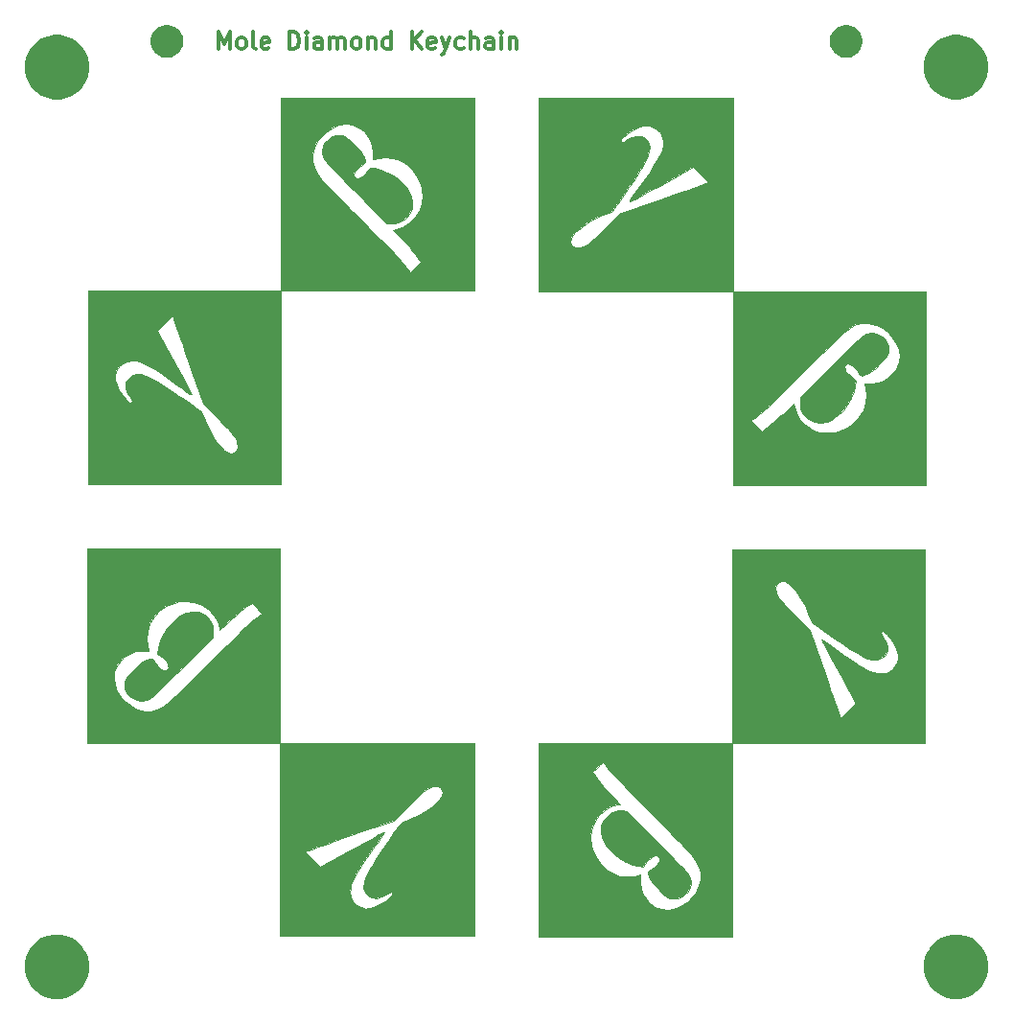
<source format=gts>
%MOIN*%
%OFA0B0*%
%FSLAX46Y46*%
%IPPOS*%
%LPD*%
%ADD10C,0.00039370078740157485*%
%ADD11C,0.0039370078740157488*%
%ADD22C,0.00039370078740157485*%
%ADD23C,0.0039370078740157488*%
%ADD24C,0.00039370078740157485*%
%ADD25C,0.0039370078740157488*%
%ADD26C,0.00039370078740157485*%
%ADD27C,0.0039370078740157488*%
%ADD28C,0.011811023622047244*%
%ADD29C,0.0039370078740157488*%
D10*
G36*
X0001356746Y0003288898D02*
G01*
X0001373098Y0003295605D01*
X0001391365Y0003295968D01*
X0001395195Y0003295301D01*
X0001402323Y0003293605D01*
X0001408303Y0003291214D01*
X0001414434Y0003287208D01*
X0001422018Y0003280665D01*
X0001432354Y0003270664D01*
X0001438221Y0003264818D01*
X0001450589Y0003252205D01*
X0001459150Y0003242668D01*
X0001464990Y0003234760D01*
X0001469199Y0003227032D01*
X0001472382Y0003219316D01*
X0001475994Y0003208679D01*
X0001476766Y0003202371D01*
X0001474746Y0003198713D01*
X0001472979Y0003197506D01*
X0001466730Y0003193392D01*
X0001457864Y0003186936D01*
X0001452885Y0003183117D01*
X0001443077Y0003173375D01*
X0001437504Y0003163572D01*
X0001436129Y0003154826D01*
X0001438917Y0003148256D01*
X0001445833Y0003144979D01*
X0001454089Y0003145432D01*
X0001460777Y0003147821D01*
X0001467556Y0003152842D01*
X0001476018Y0003161761D01*
X0001478979Y0003165216D01*
X0001493957Y0003182935D01*
X0001509575Y0003181431D01*
X0001530808Y0003176791D01*
X0001553590Y0003167404D01*
X0001576192Y0003154327D01*
X0001596881Y0003138619D01*
X0001613926Y0003121335D01*
X0001619108Y0003114545D01*
X0001626727Y0003102443D01*
X0001633407Y0003089790D01*
X0001636560Y0003082360D01*
X0001640834Y0003061182D01*
X0001638854Y0003040837D01*
X0001631032Y0003022306D01*
X0001617779Y0003006571D01*
X0001599843Y0002994773D01*
X0001588884Y0002991329D01*
X0001575370Y0002989425D01*
X0001568578Y0002989283D01*
X0001550076Y0002989886D01*
X0001442970Y0003098392D01*
X0001417645Y0003124070D01*
X0001396602Y0003145474D01*
X0001379425Y0003163061D01*
X0001365696Y0003177285D01*
X0001354999Y0003188603D01*
X0001346917Y0003197469D01*
X0001341033Y0003204339D01*
X0001336930Y0003209668D01*
X0001334191Y0003213912D01*
X0001332398Y0003217527D01*
X0001331348Y0003220327D01*
X0001328119Y0003239521D01*
X0001331440Y0003257827D01*
X0001341199Y0003274680D01*
X0001342105Y0003275772D01*
X0001356746Y0003288898D01*
G37*
X0001356746Y0003288898D02*
X0001373098Y0003295605D01*
X0001391365Y0003295968D01*
X0001395195Y0003295301D01*
X0001402323Y0003293605D01*
X0001408303Y0003291214D01*
X0001414434Y0003287208D01*
X0001422018Y0003280665D01*
X0001432354Y0003270664D01*
X0001438221Y0003264818D01*
X0001450589Y0003252205D01*
X0001459150Y0003242668D01*
X0001464990Y0003234760D01*
X0001469199Y0003227032D01*
X0001472382Y0003219316D01*
X0001475994Y0003208679D01*
X0001476766Y0003202371D01*
X0001474746Y0003198713D01*
X0001472979Y0003197506D01*
X0001466730Y0003193392D01*
X0001457864Y0003186936D01*
X0001452885Y0003183117D01*
X0001443077Y0003173375D01*
X0001437504Y0003163572D01*
X0001436129Y0003154826D01*
X0001438917Y0003148256D01*
X0001445833Y0003144979D01*
X0001454089Y0003145432D01*
X0001460777Y0003147821D01*
X0001467556Y0003152842D01*
X0001476018Y0003161761D01*
X0001478979Y0003165216D01*
X0001493957Y0003182935D01*
X0001509575Y0003181431D01*
X0001530808Y0003176791D01*
X0001553590Y0003167404D01*
X0001576192Y0003154327D01*
X0001596881Y0003138619D01*
X0001613926Y0003121335D01*
X0001619108Y0003114545D01*
X0001626727Y0003102443D01*
X0001633407Y0003089790D01*
X0001636560Y0003082360D01*
X0001640834Y0003061182D01*
X0001638854Y0003040837D01*
X0001631032Y0003022306D01*
X0001617779Y0003006571D01*
X0001599843Y0002994773D01*
X0001588884Y0002991329D01*
X0001575370Y0002989425D01*
X0001568578Y0002989283D01*
X0001550076Y0002989886D01*
X0001442970Y0003098392D01*
X0001417645Y0003124070D01*
X0001396602Y0003145474D01*
X0001379425Y0003163061D01*
X0001365696Y0003177285D01*
X0001354999Y0003188603D01*
X0001346917Y0003197469D01*
X0001341033Y0003204339D01*
X0001336930Y0003209668D01*
X0001334191Y0003213912D01*
X0001332398Y0003217527D01*
X0001331348Y0003220327D01*
X0001328119Y0003239521D01*
X0001331440Y0003257827D01*
X0001341199Y0003274680D01*
X0001342105Y0003275772D01*
X0001356746Y0003288898D01*
G36*
X0001520897Y0003427276D02*
G01*
X0001857956Y0003427276D01*
X0001857943Y0003091396D01*
X0001857931Y0002755517D01*
X0001565059Y0002755527D01*
X0001630929Y0002821397D01*
X0001633483Y0002820798D01*
X0001637493Y0002823235D01*
X0001644134Y0002829335D01*
X0001651407Y0002836549D01*
X0001670056Y0002855199D01*
X0001658050Y0002872655D01*
X0001651450Y0002881374D01*
X0001641422Y0002893543D01*
X0001629138Y0002907788D01*
X0001615769Y0002922733D01*
X0001610284Y0002928703D01*
X0001574525Y0002967295D01*
X0001583140Y0002968579D01*
X0001605794Y0002975175D01*
X0001627143Y0002987525D01*
X0001646066Y0003004718D01*
X0001661440Y0003025845D01*
X0001666993Y0003036592D01*
X0001673736Y0003058255D01*
X0001676168Y0003082714D01*
X0001674209Y0003107613D01*
X0001669993Y0003124616D01*
X0001657687Y0003152523D01*
X0001641168Y0003176114D01*
X0001621077Y0003194988D01*
X0001598058Y0003208745D01*
X0001572752Y0003216985D01*
X0001545802Y0003219307D01*
X0001522663Y0003216457D01*
X0001504125Y0003212411D01*
X0001503730Y0003237141D01*
X0001501232Y0003260218D01*
X0001494043Y0003280151D01*
X0001481414Y0003298647D01*
X0001472688Y0003308030D01*
X0001453162Y0003323250D01*
X0001431885Y0003332264D01*
X0001409419Y0003335117D01*
X0001386329Y0003331855D01*
X0001363178Y0003322523D01*
X0001340531Y0003307165D01*
X0001328792Y0003296466D01*
X0001311080Y0003275232D01*
X0001299547Y0003252824D01*
X0001293708Y0003228296D01*
X0001293640Y0003227729D01*
X0001293631Y0003206076D01*
X0001299051Y0003184990D01*
X0001310246Y0003163438D01*
X0001319677Y0003150115D01*
X0001324878Y0003144061D01*
X0001334317Y0003133815D01*
X0001347503Y0003119883D01*
X0001363945Y0003102774D01*
X0001383150Y0003082993D01*
X0001404629Y0003061049D01*
X0001427889Y0003037447D01*
X0001452440Y0003012696D01*
X0001466733Y0002998357D01*
X0001497529Y0002967462D01*
X0001523955Y0002940807D01*
X0001546407Y0002917970D01*
X0001565277Y0002898528D01*
X0001580960Y0002882058D01*
X0001593850Y0002868135D01*
X0001604341Y0002856338D01*
X0001612827Y0002846242D01*
X0001619701Y0002837424D01*
X0001625358Y0002829461D01*
X0001628656Y0002824405D01*
X0001630929Y0002821397D01*
X0001565059Y0002755527D01*
X0001520885Y0002755529D01*
X0001183839Y0002755541D01*
X0001183839Y0003427276D01*
X0001520897Y0003427276D01*
G37*
X0001520897Y0003427276D02*
X0001857956Y0003427276D01*
X0001857943Y0003091396D01*
X0001857931Y0002755517D01*
X0001565059Y0002755527D01*
X0001630929Y0002821397D01*
X0001633483Y0002820798D01*
X0001637493Y0002823235D01*
X0001644134Y0002829335D01*
X0001651407Y0002836549D01*
X0001670056Y0002855199D01*
X0001658050Y0002872655D01*
X0001651450Y0002881374D01*
X0001641422Y0002893543D01*
X0001629138Y0002907788D01*
X0001615769Y0002922733D01*
X0001610284Y0002928703D01*
X0001574525Y0002967295D01*
X0001583140Y0002968579D01*
X0001605794Y0002975175D01*
X0001627143Y0002987525D01*
X0001646066Y0003004718D01*
X0001661440Y0003025845D01*
X0001666993Y0003036592D01*
X0001673736Y0003058255D01*
X0001676168Y0003082714D01*
X0001674209Y0003107613D01*
X0001669993Y0003124616D01*
X0001657687Y0003152523D01*
X0001641168Y0003176114D01*
X0001621077Y0003194988D01*
X0001598058Y0003208745D01*
X0001572752Y0003216985D01*
X0001545802Y0003219307D01*
X0001522663Y0003216457D01*
X0001504125Y0003212411D01*
X0001503730Y0003237141D01*
X0001501232Y0003260218D01*
X0001494043Y0003280151D01*
X0001481414Y0003298647D01*
X0001472688Y0003308030D01*
X0001453162Y0003323250D01*
X0001431885Y0003332264D01*
X0001409419Y0003335117D01*
X0001386329Y0003331855D01*
X0001363178Y0003322523D01*
X0001340531Y0003307165D01*
X0001328792Y0003296466D01*
X0001311080Y0003275232D01*
X0001299547Y0003252824D01*
X0001293708Y0003228296D01*
X0001293640Y0003227729D01*
X0001293631Y0003206076D01*
X0001299051Y0003184990D01*
X0001310246Y0003163438D01*
X0001319677Y0003150115D01*
X0001324878Y0003144061D01*
X0001334317Y0003133815D01*
X0001347503Y0003119883D01*
X0001363945Y0003102774D01*
X0001383150Y0003082993D01*
X0001404629Y0003061049D01*
X0001427889Y0003037447D01*
X0001452440Y0003012696D01*
X0001466733Y0002998357D01*
X0001497529Y0002967462D01*
X0001523955Y0002940807D01*
X0001546407Y0002917970D01*
X0001565277Y0002898528D01*
X0001580960Y0002882058D01*
X0001593850Y0002868135D01*
X0001604341Y0002856338D01*
X0001612827Y0002846242D01*
X0001619701Y0002837424D01*
X0001625358Y0002829461D01*
X0001628656Y0002824405D01*
X0001630929Y0002821397D01*
X0001565059Y0002755527D01*
X0001520885Y0002755529D01*
X0001183839Y0002755541D01*
X0001183839Y0003427276D01*
X0001520897Y0003427276D01*
G36*
X0001183831Y0002755525D02*
G01*
X0001183831Y0002081408D01*
X0000847951Y0002081420D01*
X0000512071Y0002081433D01*
X0000512077Y0002236111D01*
X0000649224Y0002373258D01*
X0000656087Y0002367115D01*
X0000660507Y0002365540D01*
X0000663844Y0002367531D01*
X0000665757Y0002371554D01*
X0000663821Y0002377330D01*
X0000658820Y0002384789D01*
X0000647843Y0002403290D01*
X0000643145Y0002420428D01*
X0000644726Y0002435950D01*
X0000652582Y0002449602D01*
X0000659399Y0002456081D01*
X0000670306Y0002462763D01*
X0000682208Y0002465656D01*
X0000695981Y0002464625D01*
X0000712497Y0002459538D01*
X0000732632Y0002450261D01*
X0000746537Y0002442782D01*
X0000760548Y0002434513D01*
X0000778737Y0002423110D01*
X0000799901Y0002409373D01*
X0000822835Y0002394101D01*
X0000846336Y0002378095D01*
X0000869198Y0002362152D01*
X0000885137Y0002350765D01*
X0000907022Y0002334938D01*
X0000919085Y0002304574D01*
X0000931926Y0002275037D01*
X0000945365Y0002250331D01*
X0000960580Y0002228648D01*
X0000978752Y0002208178D01*
X0000987511Y0002199544D01*
X0000998777Y0002192275D01*
X0001010323Y0002190422D01*
X0001020739Y0002193412D01*
X0001028614Y0002200670D01*
X0001032536Y0002211623D01*
X0001032612Y0002217901D01*
X0001031516Y0002226250D01*
X0001029390Y0002234014D01*
X0001025682Y0002241949D01*
X0001019841Y0002250811D01*
X0001011314Y0002261354D01*
X0000999549Y0002274336D01*
X0000983995Y0002290512D01*
X0000967008Y0002307713D01*
X0000914131Y0002360903D01*
X0000871341Y0002483105D01*
X0000861291Y0002511777D01*
X0000851457Y0002539783D01*
X0000842167Y0002566187D01*
X0000833751Y0002590056D01*
X0000826538Y0002610458D01*
X0000820858Y0002626457D01*
X0000817038Y0002637122D01*
X0000816965Y0002637325D01*
X0000805378Y0002669343D01*
X0000752392Y0002616357D01*
X0000809858Y0002512366D01*
X0000823346Y0002487903D01*
X0000835940Y0002464956D01*
X0000847242Y0002444260D01*
X0000856851Y0002426549D01*
X0000864371Y0002412559D01*
X0000869401Y0002403024D01*
X0000871441Y0002398924D01*
X0000872362Y0002396014D01*
X0000871442Y0002395041D01*
X0000868069Y0002396372D01*
X0000861628Y0002400375D01*
X0000851507Y0002407420D01*
X0000837093Y0002417873D01*
X0000824784Y0002426926D01*
X0000796750Y0002447128D01*
X0000770242Y0002465301D01*
X0000745979Y0002480998D01*
X0000724677Y0002493772D01*
X0000707053Y0002503174D01*
X0000693824Y0002508757D01*
X0000693730Y0002508787D01*
X0000678683Y0002511854D01*
X0000662716Y0002512217D01*
X0000648376Y0002509990D01*
X0000639746Y0002506393D01*
X0000632698Y0002501996D01*
X0000628446Y0002499504D01*
X0000623185Y0002494320D01*
X0000617166Y0002485116D01*
X0000611671Y0002474221D01*
X0000607983Y0002463961D01*
X0000607422Y0002461363D01*
X0000607754Y0002446596D01*
X0000612658Y0002429108D01*
X0000621469Y0002410301D01*
X0000633520Y0002391580D01*
X0000648147Y0002374346D01*
X0000649224Y0002373258D01*
X0000512077Y0002236111D01*
X0000512084Y0002418479D01*
X0000512096Y0002755525D01*
X0001183831Y0002755525D01*
G37*
X0001183831Y0002755525D02*
X0001183831Y0002081408D01*
X0000847951Y0002081420D01*
X0000512071Y0002081433D01*
X0000512077Y0002236111D01*
X0000649224Y0002373258D01*
X0000656087Y0002367115D01*
X0000660507Y0002365540D01*
X0000663844Y0002367531D01*
X0000665757Y0002371554D01*
X0000663821Y0002377330D01*
X0000658820Y0002384789D01*
X0000647843Y0002403290D01*
X0000643145Y0002420428D01*
X0000644726Y0002435950D01*
X0000652582Y0002449602D01*
X0000659399Y0002456081D01*
X0000670306Y0002462763D01*
X0000682208Y0002465656D01*
X0000695981Y0002464625D01*
X0000712497Y0002459538D01*
X0000732632Y0002450261D01*
X0000746537Y0002442782D01*
X0000760548Y0002434513D01*
X0000778737Y0002423110D01*
X0000799901Y0002409373D01*
X0000822835Y0002394101D01*
X0000846336Y0002378095D01*
X0000869198Y0002362152D01*
X0000885137Y0002350765D01*
X0000907022Y0002334938D01*
X0000919085Y0002304574D01*
X0000931926Y0002275037D01*
X0000945365Y0002250331D01*
X0000960580Y0002228648D01*
X0000978752Y0002208178D01*
X0000987511Y0002199544D01*
X0000998777Y0002192275D01*
X0001010323Y0002190422D01*
X0001020739Y0002193412D01*
X0001028614Y0002200670D01*
X0001032536Y0002211623D01*
X0001032612Y0002217901D01*
X0001031516Y0002226250D01*
X0001029390Y0002234014D01*
X0001025682Y0002241949D01*
X0001019841Y0002250811D01*
X0001011314Y0002261354D01*
X0000999549Y0002274336D01*
X0000983995Y0002290512D01*
X0000967008Y0002307713D01*
X0000914131Y0002360903D01*
X0000871341Y0002483105D01*
X0000861291Y0002511777D01*
X0000851457Y0002539783D01*
X0000842167Y0002566187D01*
X0000833751Y0002590056D01*
X0000826538Y0002610458D01*
X0000820858Y0002626457D01*
X0000817038Y0002637122D01*
X0000816965Y0002637325D01*
X0000805378Y0002669343D01*
X0000752392Y0002616357D01*
X0000809858Y0002512366D01*
X0000823346Y0002487903D01*
X0000835940Y0002464956D01*
X0000847242Y0002444260D01*
X0000856851Y0002426549D01*
X0000864371Y0002412559D01*
X0000869401Y0002403024D01*
X0000871441Y0002398924D01*
X0000872362Y0002396014D01*
X0000871442Y0002395041D01*
X0000868069Y0002396372D01*
X0000861628Y0002400375D01*
X0000851507Y0002407420D01*
X0000837093Y0002417873D01*
X0000824784Y0002426926D01*
X0000796750Y0002447128D01*
X0000770242Y0002465301D01*
X0000745979Y0002480998D01*
X0000724677Y0002493772D01*
X0000707053Y0002503174D01*
X0000693824Y0002508757D01*
X0000693730Y0002508787D01*
X0000678683Y0002511854D01*
X0000662716Y0002512217D01*
X0000648376Y0002509990D01*
X0000639746Y0002506393D01*
X0000632698Y0002501996D01*
X0000628446Y0002499504D01*
X0000623185Y0002494320D01*
X0000617166Y0002485116D01*
X0000611671Y0002474221D01*
X0000607983Y0002463961D01*
X0000607422Y0002461363D01*
X0000607754Y0002446596D01*
X0000612658Y0002429108D01*
X0000621469Y0002410301D01*
X0000633520Y0002391580D01*
X0000648147Y0002374346D01*
X0000649224Y0002373258D01*
X0000512077Y0002236111D01*
X0000512084Y0002418479D01*
X0000512096Y0002755525D01*
X0001183831Y0002755525D01*
D11*
G36*
X0000351672Y0003631637D02*
G01*
X0000372099Y0003640098D01*
X0000393784Y0003644412D01*
X0000415894Y0003644412D01*
X0000437579Y0003640098D01*
X0000458007Y0003631637D01*
X0000476390Y0003619354D01*
X0000492025Y0003603719D01*
X0000504308Y0003585335D01*
X0000512770Y0003564908D01*
X0000517083Y0003543223D01*
X0000517083Y0003521113D01*
X0000512770Y0003499427D01*
X0000504308Y0003479000D01*
X0000498167Y0003469808D01*
X0000492025Y0003460616D01*
X0000476390Y0003444982D01*
X0000467199Y0003438840D01*
X0000458007Y0003432698D01*
X0000437579Y0003424237D01*
X0000415894Y0003419924D01*
X0000393784Y0003419924D01*
X0000372099Y0003424237D01*
X0000351672Y0003432698D01*
X0000333288Y0003444982D01*
X0000317653Y0003460616D01*
X0000305370Y0003479000D01*
X0000296908Y0003499427D01*
X0000292595Y0003521113D01*
X0000292595Y0003543223D01*
X0000296908Y0003564908D01*
X0000305370Y0003585335D01*
X0000317653Y0003603719D01*
X0000333288Y0003619354D01*
X0000351672Y0003631637D01*
G37*
G04 next file*
G04 #@! TF.GenerationSoftware,KiCad,Pcbnew,(5.1.5)-3*
G04 #@! TF.CreationDate,2019-12-21T12:13:31-08:00*
G04 #@! TF.ProjectId,mole-diamond-keychain,6d6f6c65-2d64-4696-916d-6f6e642d6b65,A*
G04 #@! TF.SameCoordinates,Original*
G04 #@! TF.FileFunction,Soldermask,Top*
G04 #@! TF.FilePolarity,Negative*
G04 Gerber Fmt 4.6, Leading zero omitted, Abs format (unit mm)*
G04 Created by KiCad (PCBNEW (5.1.5)-3) date 2019-12-21 12:13:31*
G04 APERTURE LIST*
G04 APERTURE END LIST*
D22*
G36*
X0000648109Y0001356746D02*
G01*
X0000641402Y0001373098D01*
X0000641038Y0001391365D01*
X0000641706Y0001395195D01*
X0000643402Y0001402323D01*
X0000645792Y0001408303D01*
X0000649799Y0001414434D01*
X0000656342Y0001422018D01*
X0000666343Y0001432354D01*
X0000672189Y0001438221D01*
X0000684802Y0001450589D01*
X0000694338Y0001459150D01*
X0000702247Y0001464990D01*
X0000709975Y0001469199D01*
X0000717691Y0001472382D01*
X0000728328Y0001475994D01*
X0000734636Y0001476766D01*
X0000738294Y0001474746D01*
X0000739501Y0001472979D01*
X0000743614Y0001466730D01*
X0000750071Y0001457864D01*
X0000753890Y0001452885D01*
X0000763632Y0001443077D01*
X0000773435Y0001437504D01*
X0000782180Y0001436129D01*
X0000788751Y0001438917D01*
X0000792028Y0001445833D01*
X0000791574Y0001454089D01*
X0000789186Y0001460777D01*
X0000784165Y0001467556D01*
X0000775246Y0001476018D01*
X0000771791Y0001478979D01*
X0000754071Y0001493957D01*
X0000755576Y0001509575D01*
X0000760216Y0001530808D01*
X0000769603Y0001553590D01*
X0000782679Y0001576192D01*
X0000798388Y0001596881D01*
X0000815672Y0001613926D01*
X0000822462Y0001619108D01*
X0000834564Y0001626727D01*
X0000847216Y0001633407D01*
X0000854646Y0001636560D01*
X0000875825Y0001640834D01*
X0000896170Y0001638854D01*
X0000914701Y0001631032D01*
X0000930436Y0001617779D01*
X0000942234Y0001599843D01*
X0000945678Y0001588884D01*
X0000947582Y0001575370D01*
X0000947724Y0001568578D01*
X0000947121Y0001550076D01*
X0000838615Y0001442970D01*
X0000812937Y0001417645D01*
X0000791532Y0001396602D01*
X0000773946Y0001379425D01*
X0000759722Y0001365696D01*
X0000748404Y0001354999D01*
X0000739538Y0001346917D01*
X0000732668Y0001341033D01*
X0000727339Y0001336930D01*
X0000723095Y0001334191D01*
X0000719480Y0001332398D01*
X0000716680Y0001331348D01*
X0000697486Y0001328119D01*
X0000679180Y0001331440D01*
X0000662327Y0001341199D01*
X0000661235Y0001342105D01*
X0000648109Y0001356746D01*
G37*
X0000648109Y0001356746D02*
X0000641402Y0001373098D01*
X0000641038Y0001391365D01*
X0000641706Y0001395195D01*
X0000643402Y0001402323D01*
X0000645792Y0001408303D01*
X0000649799Y0001414434D01*
X0000656342Y0001422018D01*
X0000666343Y0001432354D01*
X0000672189Y0001438221D01*
X0000684802Y0001450589D01*
X0000694338Y0001459150D01*
X0000702247Y0001464990D01*
X0000709975Y0001469199D01*
X0000717691Y0001472382D01*
X0000728328Y0001475994D01*
X0000734636Y0001476766D01*
X0000738294Y0001474746D01*
X0000739501Y0001472979D01*
X0000743614Y0001466730D01*
X0000750071Y0001457864D01*
X0000753890Y0001452885D01*
X0000763632Y0001443077D01*
X0000773435Y0001437504D01*
X0000782180Y0001436129D01*
X0000788751Y0001438917D01*
X0000792028Y0001445833D01*
X0000791574Y0001454089D01*
X0000789186Y0001460777D01*
X0000784165Y0001467556D01*
X0000775246Y0001476018D01*
X0000771791Y0001478979D01*
X0000754071Y0001493957D01*
X0000755576Y0001509575D01*
X0000760216Y0001530808D01*
X0000769603Y0001553590D01*
X0000782679Y0001576192D01*
X0000798388Y0001596881D01*
X0000815672Y0001613926D01*
X0000822462Y0001619108D01*
X0000834564Y0001626727D01*
X0000847216Y0001633407D01*
X0000854646Y0001636560D01*
X0000875825Y0001640834D01*
X0000896170Y0001638854D01*
X0000914701Y0001631032D01*
X0000930436Y0001617779D01*
X0000942234Y0001599843D01*
X0000945678Y0001588884D01*
X0000947582Y0001575370D01*
X0000947724Y0001568578D01*
X0000947121Y0001550076D01*
X0000838615Y0001442970D01*
X0000812937Y0001417645D01*
X0000791532Y0001396602D01*
X0000773946Y0001379425D01*
X0000759722Y0001365696D01*
X0000748404Y0001354999D01*
X0000739538Y0001346917D01*
X0000732668Y0001341033D01*
X0000727339Y0001336930D01*
X0000723095Y0001334191D01*
X0000719480Y0001332398D01*
X0000716680Y0001331348D01*
X0000697486Y0001328119D01*
X0000679180Y0001331440D01*
X0000662327Y0001341199D01*
X0000661235Y0001342105D01*
X0000648109Y0001356746D01*
G36*
X0000509731Y0001520897D02*
G01*
X0000509731Y0001857956D01*
X0000845610Y0001857943D01*
X0001181490Y0001857931D01*
X0001181480Y0001565059D01*
X0001115610Y0001630929D01*
X0001116209Y0001633483D01*
X0001113772Y0001637493D01*
X0001107672Y0001644134D01*
X0001100457Y0001651407D01*
X0001081808Y0001670056D01*
X0001064352Y0001658050D01*
X0001055633Y0001651450D01*
X0001043464Y0001641422D01*
X0001029219Y0001629138D01*
X0001014274Y0001615769D01*
X0001008304Y0001610284D01*
X0000969712Y0001574525D01*
X0000968428Y0001583140D01*
X0000961832Y0001605794D01*
X0000949482Y0001627143D01*
X0000932289Y0001646066D01*
X0000911162Y0001661440D01*
X0000900414Y0001666993D01*
X0000878752Y0001673736D01*
X0000854293Y0001676168D01*
X0000829394Y0001674209D01*
X0000812391Y0001669993D01*
X0000784483Y0001657687D01*
X0000760893Y0001641168D01*
X0000742019Y0001621077D01*
X0000728262Y0001598058D01*
X0000720022Y0001572752D01*
X0000717700Y0001545802D01*
X0000720550Y0001522663D01*
X0000724596Y0001504125D01*
X0000699866Y0001503730D01*
X0000676789Y0001501232D01*
X0000656856Y0001494043D01*
X0000638359Y0001481414D01*
X0000628977Y0001472688D01*
X0000613757Y0001453162D01*
X0000604743Y0001431885D01*
X0000601890Y0001409419D01*
X0000605152Y0001386329D01*
X0000614484Y0001363178D01*
X0000629841Y0001340531D01*
X0000640541Y0001328792D01*
X0000661775Y0001311080D01*
X0000684182Y0001299547D01*
X0000708710Y0001293708D01*
X0000709278Y0001293640D01*
X0000730931Y0001293631D01*
X0000752017Y0001299051D01*
X0000773569Y0001310246D01*
X0000786891Y0001319677D01*
X0000792946Y0001324878D01*
X0000803192Y0001334317D01*
X0000817124Y0001347503D01*
X0000834233Y0001363945D01*
X0000854013Y0001383150D01*
X0000875958Y0001404629D01*
X0000899560Y0001427889D01*
X0000924311Y0001452440D01*
X0000938650Y0001466733D01*
X0000969545Y0001497529D01*
X0000996200Y0001523955D01*
X0001019036Y0001546407D01*
X0001038478Y0001565277D01*
X0001054949Y0001580960D01*
X0001068872Y0001593850D01*
X0001080669Y0001604341D01*
X0001090765Y0001612827D01*
X0001099583Y0001619701D01*
X0001107546Y0001625358D01*
X0001112602Y0001628656D01*
X0001115610Y0001630929D01*
X0001181480Y0001565059D01*
X0001181478Y0001520885D01*
X0001181466Y0001183839D01*
X0000509731Y0001183839D01*
X0000509731Y0001520897D01*
G37*
X0000509731Y0001520897D02*
X0000509731Y0001857956D01*
X0000845610Y0001857943D01*
X0001181490Y0001857931D01*
X0001181480Y0001565059D01*
X0001115610Y0001630929D01*
X0001116209Y0001633483D01*
X0001113772Y0001637493D01*
X0001107672Y0001644134D01*
X0001100457Y0001651407D01*
X0001081808Y0001670056D01*
X0001064352Y0001658050D01*
X0001055633Y0001651450D01*
X0001043464Y0001641422D01*
X0001029219Y0001629138D01*
X0001014274Y0001615769D01*
X0001008304Y0001610284D01*
X0000969712Y0001574525D01*
X0000968428Y0001583140D01*
X0000961832Y0001605794D01*
X0000949482Y0001627143D01*
X0000932289Y0001646066D01*
X0000911162Y0001661440D01*
X0000900414Y0001666993D01*
X0000878752Y0001673736D01*
X0000854293Y0001676168D01*
X0000829394Y0001674209D01*
X0000812391Y0001669993D01*
X0000784483Y0001657687D01*
X0000760893Y0001641168D01*
X0000742019Y0001621077D01*
X0000728262Y0001598058D01*
X0000720022Y0001572752D01*
X0000717700Y0001545802D01*
X0000720550Y0001522663D01*
X0000724596Y0001504125D01*
X0000699866Y0001503730D01*
X0000676789Y0001501232D01*
X0000656856Y0001494043D01*
X0000638359Y0001481414D01*
X0000628977Y0001472688D01*
X0000613757Y0001453162D01*
X0000604743Y0001431885D01*
X0000601890Y0001409419D01*
X0000605152Y0001386329D01*
X0000614484Y0001363178D01*
X0000629841Y0001340531D01*
X0000640541Y0001328792D01*
X0000661775Y0001311080D01*
X0000684182Y0001299547D01*
X0000708710Y0001293708D01*
X0000709278Y0001293640D01*
X0000730931Y0001293631D01*
X0000752017Y0001299051D01*
X0000773569Y0001310246D01*
X0000786891Y0001319677D01*
X0000792946Y0001324878D01*
X0000803192Y0001334317D01*
X0000817124Y0001347503D01*
X0000834233Y0001363945D01*
X0000854013Y0001383150D01*
X0000875958Y0001404629D01*
X0000899560Y0001427889D01*
X0000924311Y0001452440D01*
X0000938650Y0001466733D01*
X0000969545Y0001497529D01*
X0000996200Y0001523955D01*
X0001019036Y0001546407D01*
X0001038478Y0001565277D01*
X0001054949Y0001580960D01*
X0001068872Y0001593850D01*
X0001080669Y0001604341D01*
X0001090765Y0001612827D01*
X0001099583Y0001619701D01*
X0001107546Y0001625358D01*
X0001112602Y0001628656D01*
X0001115610Y0001630929D01*
X0001181480Y0001565059D01*
X0001181478Y0001520885D01*
X0001181466Y0001183839D01*
X0000509731Y0001183839D01*
X0000509731Y0001520897D01*
G36*
X0001181482Y0001183831D02*
G01*
X0001855599Y0001183831D01*
X0001855586Y0000847951D01*
X0001855574Y0000512071D01*
X0001700895Y0000512077D01*
X0001563749Y0000649224D01*
X0001569892Y0000656087D01*
X0001571467Y0000660507D01*
X0001569476Y0000663844D01*
X0001565453Y0000665757D01*
X0001559677Y0000663821D01*
X0001552218Y0000658820D01*
X0001533717Y0000647843D01*
X0001516579Y0000643145D01*
X0001501057Y0000644726D01*
X0001487405Y0000652582D01*
X0001480926Y0000659399D01*
X0001474244Y0000670306D01*
X0001471351Y0000682208D01*
X0001472382Y0000695981D01*
X0001477469Y0000712497D01*
X0001486746Y0000732632D01*
X0001494225Y0000746537D01*
X0001502494Y0000760548D01*
X0001513897Y0000778737D01*
X0001527634Y0000799901D01*
X0001542906Y0000822835D01*
X0001558912Y0000846336D01*
X0001574855Y0000869198D01*
X0001586242Y0000885137D01*
X0001602069Y0000907022D01*
X0001632433Y0000919085D01*
X0001661970Y0000931926D01*
X0001686676Y0000945365D01*
X0001708359Y0000960580D01*
X0001728828Y0000978752D01*
X0001737463Y0000987511D01*
X0001744732Y0000998777D01*
X0001746585Y0001010323D01*
X0001743595Y0001020739D01*
X0001736336Y0001028614D01*
X0001725384Y0001032536D01*
X0001719106Y0001032612D01*
X0001710757Y0001031516D01*
X0001702993Y0001029390D01*
X0001695058Y0001025682D01*
X0001686196Y0001019841D01*
X0001675652Y0001011314D01*
X0001662670Y0000999549D01*
X0001646495Y0000983995D01*
X0001629293Y0000967008D01*
X0001576104Y0000914131D01*
X0001453902Y0000871341D01*
X0001425230Y0000861291D01*
X0001397224Y0000851457D01*
X0001370820Y0000842167D01*
X0001346951Y0000833751D01*
X0001326549Y0000826538D01*
X0001310549Y0000820858D01*
X0001299885Y0000817038D01*
X0001299682Y0000816965D01*
X0001267664Y0000805378D01*
X0001320650Y0000752392D01*
X0001424640Y0000809858D01*
X0001449104Y0000823346D01*
X0001472051Y0000835940D01*
X0001492747Y0000847242D01*
X0001510458Y0000856851D01*
X0001524448Y0000864371D01*
X0001533983Y0000869401D01*
X0001538082Y0000871441D01*
X0001540993Y0000872362D01*
X0001541966Y0000871442D01*
X0001540635Y0000868069D01*
X0001536632Y0000861628D01*
X0001529587Y0000851507D01*
X0001519133Y0000837093D01*
X0001510081Y0000824784D01*
X0001489879Y0000796750D01*
X0001471706Y0000770242D01*
X0001456008Y0000745979D01*
X0001443235Y0000724677D01*
X0001433833Y0000707053D01*
X0001428250Y0000693824D01*
X0001428220Y0000693730D01*
X0001425153Y0000678683D01*
X0001424789Y0000662716D01*
X0001427016Y0000648376D01*
X0001430614Y0000639746D01*
X0001435010Y0000632698D01*
X0001437502Y0000628446D01*
X0001442687Y0000623185D01*
X0001451891Y0000617166D01*
X0001462786Y0000611671D01*
X0001473046Y0000607983D01*
X0001475644Y0000607422D01*
X0001490411Y0000607754D01*
X0001507899Y0000612658D01*
X0001526705Y0000621469D01*
X0001545427Y0000633520D01*
X0001562661Y0000648147D01*
X0001563749Y0000649224D01*
X0001700895Y0000512077D01*
X0001518528Y0000512084D01*
X0001181482Y0000512096D01*
X0001181482Y0001183831D01*
G37*
X0001181482Y0001183831D02*
X0001855599Y0001183831D01*
X0001855586Y0000847951D01*
X0001855574Y0000512071D01*
X0001700895Y0000512077D01*
X0001563749Y0000649224D01*
X0001569892Y0000656087D01*
X0001571467Y0000660507D01*
X0001569476Y0000663844D01*
X0001565453Y0000665757D01*
X0001559677Y0000663821D01*
X0001552218Y0000658820D01*
X0001533717Y0000647843D01*
X0001516579Y0000643145D01*
X0001501057Y0000644726D01*
X0001487405Y0000652582D01*
X0001480926Y0000659399D01*
X0001474244Y0000670306D01*
X0001471351Y0000682208D01*
X0001472382Y0000695981D01*
X0001477469Y0000712497D01*
X0001486746Y0000732632D01*
X0001494225Y0000746537D01*
X0001502494Y0000760548D01*
X0001513897Y0000778737D01*
X0001527634Y0000799901D01*
X0001542906Y0000822835D01*
X0001558912Y0000846336D01*
X0001574855Y0000869198D01*
X0001586242Y0000885137D01*
X0001602069Y0000907022D01*
X0001632433Y0000919085D01*
X0001661970Y0000931926D01*
X0001686676Y0000945365D01*
X0001708359Y0000960580D01*
X0001728828Y0000978752D01*
X0001737463Y0000987511D01*
X0001744732Y0000998777D01*
X0001746585Y0001010323D01*
X0001743595Y0001020739D01*
X0001736336Y0001028614D01*
X0001725384Y0001032536D01*
X0001719106Y0001032612D01*
X0001710757Y0001031516D01*
X0001702993Y0001029390D01*
X0001695058Y0001025682D01*
X0001686196Y0001019841D01*
X0001675652Y0001011314D01*
X0001662670Y0000999549D01*
X0001646495Y0000983995D01*
X0001629293Y0000967008D01*
X0001576104Y0000914131D01*
X0001453902Y0000871341D01*
X0001425230Y0000861291D01*
X0001397224Y0000851457D01*
X0001370820Y0000842167D01*
X0001346951Y0000833751D01*
X0001326549Y0000826538D01*
X0001310549Y0000820858D01*
X0001299885Y0000817038D01*
X0001299682Y0000816965D01*
X0001267664Y0000805378D01*
X0001320650Y0000752392D01*
X0001424640Y0000809858D01*
X0001449104Y0000823346D01*
X0001472051Y0000835940D01*
X0001492747Y0000847242D01*
X0001510458Y0000856851D01*
X0001524448Y0000864371D01*
X0001533983Y0000869401D01*
X0001538082Y0000871441D01*
X0001540993Y0000872362D01*
X0001541966Y0000871442D01*
X0001540635Y0000868069D01*
X0001536632Y0000861628D01*
X0001529587Y0000851507D01*
X0001519133Y0000837093D01*
X0001510081Y0000824784D01*
X0001489879Y0000796750D01*
X0001471706Y0000770242D01*
X0001456008Y0000745979D01*
X0001443235Y0000724677D01*
X0001433833Y0000707053D01*
X0001428250Y0000693824D01*
X0001428220Y0000693730D01*
X0001425153Y0000678683D01*
X0001424789Y0000662716D01*
X0001427016Y0000648376D01*
X0001430614Y0000639746D01*
X0001435010Y0000632698D01*
X0001437502Y0000628446D01*
X0001442687Y0000623185D01*
X0001451891Y0000617166D01*
X0001462786Y0000611671D01*
X0001473046Y0000607983D01*
X0001475644Y0000607422D01*
X0001490411Y0000607754D01*
X0001507899Y0000612658D01*
X0001526705Y0000621469D01*
X0001545427Y0000633520D01*
X0001562661Y0000648147D01*
X0001563749Y0000649224D01*
X0001700895Y0000512077D01*
X0001518528Y0000512084D01*
X0001181482Y0000512096D01*
X0001181482Y0001183831D01*
D23*
G36*
X0000305370Y0000351672D02*
G01*
X0000296908Y0000372099D01*
X0000292595Y0000393784D01*
X0000292595Y0000415894D01*
X0000296908Y0000437579D01*
X0000305370Y0000458007D01*
X0000317653Y0000476390D01*
X0000333288Y0000492025D01*
X0000351672Y0000504308D01*
X0000372099Y0000512770D01*
X0000393784Y0000517083D01*
X0000415894Y0000517083D01*
X0000437579Y0000512770D01*
X0000458007Y0000504308D01*
X0000467199Y0000498167D01*
X0000476390Y0000492025D01*
X0000492025Y0000476390D01*
X0000498167Y0000467199D01*
X0000504308Y0000458007D01*
X0000512770Y0000437579D01*
X0000517083Y0000415894D01*
X0000517083Y0000393784D01*
X0000512770Y0000372099D01*
X0000504308Y0000351672D01*
X0000492025Y0000333288D01*
X0000476390Y0000317653D01*
X0000458007Y0000305370D01*
X0000437579Y0000296908D01*
X0000415894Y0000292595D01*
X0000393784Y0000292595D01*
X0000372099Y0000296908D01*
X0000351672Y0000305370D01*
X0000333288Y0000317653D01*
X0000317653Y0000333288D01*
X0000305370Y0000351672D01*
G37*
G04 next file*
G04 #@! TF.GenerationSoftware,KiCad,Pcbnew,(5.1.5)-3*
G04 #@! TF.CreationDate,2019-12-21T12:13:31-08:00*
G04 #@! TF.ProjectId,mole-diamond-keychain,6d6f6c65-2d64-4696-916d-6f6e642d6b65,A*
G04 #@! TF.SameCoordinates,Original*
G04 #@! TF.FileFunction,Soldermask,Top*
G04 #@! TF.FilePolarity,Negative*
G04 Gerber Fmt 4.6, Leading zero omitted, Abs format (unit mm)*
G04 Created by KiCad (PCBNEW (5.1.5)-3) date 2019-12-21 12:13:31*
G04 APERTURE LIST*
G04 APERTURE END LIST*
D24*
G36*
X0002580261Y0000648109D02*
G01*
X0002563909Y0000641402D01*
X0002545642Y0000641038D01*
X0002541812Y0000641706D01*
X0002534684Y0000643402D01*
X0002528704Y0000645792D01*
X0002522572Y0000649799D01*
X0002514989Y0000656342D01*
X0002504653Y0000666343D01*
X0002498786Y0000672189D01*
X0002486417Y0000684802D01*
X0002477857Y0000694338D01*
X0002472016Y0000702247D01*
X0002467808Y0000709975D01*
X0002464625Y0000717691D01*
X0002461013Y0000728328D01*
X0002460240Y0000734636D01*
X0002462261Y0000738294D01*
X0002464028Y0000739501D01*
X0002470276Y0000743614D01*
X0002479143Y0000750071D01*
X0002484122Y0000753890D01*
X0002493930Y0000763632D01*
X0002499503Y0000773435D01*
X0002500878Y0000782180D01*
X0002498090Y0000788751D01*
X0002491174Y0000792028D01*
X0002482918Y0000791574D01*
X0002476230Y0000789186D01*
X0002469451Y0000784165D01*
X0002460989Y0000775246D01*
X0002458027Y0000771791D01*
X0002443050Y0000754071D01*
X0002427432Y0000755576D01*
X0002406199Y0000760216D01*
X0002383416Y0000769603D01*
X0002360815Y0000782679D01*
X0002340126Y0000798388D01*
X0002323081Y0000815672D01*
X0002317899Y0000822462D01*
X0002310280Y0000834564D01*
X0002303600Y0000847216D01*
X0002300447Y0000854646D01*
X0002296173Y0000875825D01*
X0002298153Y0000896170D01*
X0002305975Y0000914701D01*
X0002319228Y0000930436D01*
X0002337164Y0000942234D01*
X0002348123Y0000945678D01*
X0002361637Y0000947582D01*
X0002368429Y0000947724D01*
X0002386931Y0000947121D01*
X0002494037Y0000838615D01*
X0002519362Y0000812937D01*
X0002540405Y0000791532D01*
X0002557582Y0000773946D01*
X0002571311Y0000759722D01*
X0002582007Y0000748404D01*
X0002590089Y0000739538D01*
X0002595974Y0000732668D01*
X0002600077Y0000727339D01*
X0002602816Y0000723095D01*
X0002604608Y0000719480D01*
X0002605659Y0000716680D01*
X0002608888Y0000697486D01*
X0002605567Y0000679180D01*
X0002595808Y0000662327D01*
X0002594902Y0000661235D01*
X0002580261Y0000648109D01*
G37*
X0002580261Y0000648109D02*
X0002563909Y0000641402D01*
X0002545642Y0000641038D01*
X0002541812Y0000641706D01*
X0002534684Y0000643402D01*
X0002528704Y0000645792D01*
X0002522572Y0000649799D01*
X0002514989Y0000656342D01*
X0002504653Y0000666343D01*
X0002498786Y0000672189D01*
X0002486417Y0000684802D01*
X0002477857Y0000694338D01*
X0002472016Y0000702247D01*
X0002467808Y0000709975D01*
X0002464625Y0000717691D01*
X0002461013Y0000728328D01*
X0002460240Y0000734636D01*
X0002462261Y0000738294D01*
X0002464028Y0000739501D01*
X0002470276Y0000743614D01*
X0002479143Y0000750071D01*
X0002484122Y0000753890D01*
X0002493930Y0000763632D01*
X0002499503Y0000773435D01*
X0002500878Y0000782180D01*
X0002498090Y0000788751D01*
X0002491174Y0000792028D01*
X0002482918Y0000791574D01*
X0002476230Y0000789186D01*
X0002469451Y0000784165D01*
X0002460989Y0000775246D01*
X0002458027Y0000771791D01*
X0002443050Y0000754071D01*
X0002427432Y0000755576D01*
X0002406199Y0000760216D01*
X0002383416Y0000769603D01*
X0002360815Y0000782679D01*
X0002340126Y0000798388D01*
X0002323081Y0000815672D01*
X0002317899Y0000822462D01*
X0002310280Y0000834564D01*
X0002303600Y0000847216D01*
X0002300447Y0000854646D01*
X0002296173Y0000875825D01*
X0002298153Y0000896170D01*
X0002305975Y0000914701D01*
X0002319228Y0000930436D01*
X0002337164Y0000942234D01*
X0002348123Y0000945678D01*
X0002361637Y0000947582D01*
X0002368429Y0000947724D01*
X0002386931Y0000947121D01*
X0002494037Y0000838615D01*
X0002519362Y0000812937D01*
X0002540405Y0000791532D01*
X0002557582Y0000773946D01*
X0002571311Y0000759722D01*
X0002582007Y0000748404D01*
X0002590089Y0000739538D01*
X0002595974Y0000732668D01*
X0002600077Y0000727339D01*
X0002602816Y0000723095D01*
X0002604608Y0000719480D01*
X0002605659Y0000716680D01*
X0002608888Y0000697486D01*
X0002605567Y0000679180D01*
X0002595808Y0000662327D01*
X0002594902Y0000661235D01*
X0002580261Y0000648109D01*
G36*
X0002416109Y0000509731D02*
G01*
X0002079051Y0000509731D01*
X0002079063Y0000845610D01*
X0002079076Y0001181490D01*
X0002371947Y0001181480D01*
X0002306078Y0001115610D01*
X0002303524Y0001116209D01*
X0002299514Y0001113772D01*
X0002292873Y0001107672D01*
X0002285600Y0001100457D01*
X0002266950Y0001081808D01*
X0002278957Y0001064352D01*
X0002285557Y0001055633D01*
X0002295585Y0001043464D01*
X0002307869Y0001029219D01*
X0002321238Y0001014274D01*
X0002326723Y0001008304D01*
X0002362482Y0000969712D01*
X0002353866Y0000968428D01*
X0002331213Y0000961832D01*
X0002309864Y0000949482D01*
X0002290941Y0000932289D01*
X0002275567Y0000911162D01*
X0002270014Y0000900414D01*
X0002263271Y0000878752D01*
X0002260839Y0000854293D01*
X0002262798Y0000829394D01*
X0002267014Y0000812391D01*
X0002279320Y0000784483D01*
X0002295839Y0000760893D01*
X0002315930Y0000742019D01*
X0002338949Y0000728262D01*
X0002364255Y0000720022D01*
X0002391205Y0000717700D01*
X0002414344Y0000720550D01*
X0002432882Y0000724596D01*
X0002433277Y0000699866D01*
X0002435775Y0000676789D01*
X0002442964Y0000656856D01*
X0002455593Y0000638359D01*
X0002464319Y0000628977D01*
X0002483844Y0000613757D01*
X0002505122Y0000604743D01*
X0002527588Y0000601890D01*
X0002550678Y0000605152D01*
X0002573828Y0000614484D01*
X0002596476Y0000629841D01*
X0002608215Y0000640541D01*
X0002625927Y0000661775D01*
X0002637460Y0000684182D01*
X0002643299Y0000708710D01*
X0002643367Y0000709278D01*
X0002643376Y0000730931D01*
X0002637956Y0000752017D01*
X0002626761Y0000773569D01*
X0002617330Y0000786891D01*
X0002612129Y0000792946D01*
X0002602690Y0000803192D01*
X0002589503Y0000817124D01*
X0002573062Y0000834233D01*
X0002553856Y0000854013D01*
X0002532378Y0000875958D01*
X0002509118Y0000899560D01*
X0002484567Y0000924311D01*
X0002470274Y0000938650D01*
X0002439478Y0000969545D01*
X0002413052Y0000996200D01*
X0002390600Y0001019036D01*
X0002371730Y0001038478D01*
X0002356046Y0001054949D01*
X0002343156Y0001068872D01*
X0002332666Y0001080669D01*
X0002324180Y0001090765D01*
X0002317306Y0001099583D01*
X0002311649Y0001107546D01*
X0002308350Y0001112602D01*
X0002306078Y0001115610D01*
X0002371947Y0001181480D01*
X0002416122Y0001181478D01*
X0002753168Y0001181466D01*
X0002753168Y0000509731D01*
X0002416109Y0000509731D01*
G37*
X0002416109Y0000509731D02*
X0002079051Y0000509731D01*
X0002079063Y0000845610D01*
X0002079076Y0001181490D01*
X0002371947Y0001181480D01*
X0002306078Y0001115610D01*
X0002303524Y0001116209D01*
X0002299514Y0001113772D01*
X0002292873Y0001107672D01*
X0002285600Y0001100457D01*
X0002266950Y0001081808D01*
X0002278957Y0001064352D01*
X0002285557Y0001055633D01*
X0002295585Y0001043464D01*
X0002307869Y0001029219D01*
X0002321238Y0001014274D01*
X0002326723Y0001008304D01*
X0002362482Y0000969712D01*
X0002353866Y0000968428D01*
X0002331213Y0000961832D01*
X0002309864Y0000949482D01*
X0002290941Y0000932289D01*
X0002275567Y0000911162D01*
X0002270014Y0000900414D01*
X0002263271Y0000878752D01*
X0002260839Y0000854293D01*
X0002262798Y0000829394D01*
X0002267014Y0000812391D01*
X0002279320Y0000784483D01*
X0002295839Y0000760893D01*
X0002315930Y0000742019D01*
X0002338949Y0000728262D01*
X0002364255Y0000720022D01*
X0002391205Y0000717700D01*
X0002414344Y0000720550D01*
X0002432882Y0000724596D01*
X0002433277Y0000699866D01*
X0002435775Y0000676789D01*
X0002442964Y0000656856D01*
X0002455593Y0000638359D01*
X0002464319Y0000628977D01*
X0002483844Y0000613757D01*
X0002505122Y0000604743D01*
X0002527588Y0000601890D01*
X0002550678Y0000605152D01*
X0002573828Y0000614484D01*
X0002596476Y0000629841D01*
X0002608215Y0000640541D01*
X0002625927Y0000661775D01*
X0002637460Y0000684182D01*
X0002643299Y0000708710D01*
X0002643367Y0000709278D01*
X0002643376Y0000730931D01*
X0002637956Y0000752017D01*
X0002626761Y0000773569D01*
X0002617330Y0000786891D01*
X0002612129Y0000792946D01*
X0002602690Y0000803192D01*
X0002589503Y0000817124D01*
X0002573062Y0000834233D01*
X0002553856Y0000854013D01*
X0002532378Y0000875958D01*
X0002509118Y0000899560D01*
X0002484567Y0000924311D01*
X0002470274Y0000938650D01*
X0002439478Y0000969545D01*
X0002413052Y0000996200D01*
X0002390600Y0001019036D01*
X0002371730Y0001038478D01*
X0002356046Y0001054949D01*
X0002343156Y0001068872D01*
X0002332666Y0001080669D01*
X0002324180Y0001090765D01*
X0002317306Y0001099583D01*
X0002311649Y0001107546D01*
X0002308350Y0001112602D01*
X0002306078Y0001115610D01*
X0002371947Y0001181480D01*
X0002416122Y0001181478D01*
X0002753168Y0001181466D01*
X0002753168Y0000509731D01*
X0002416109Y0000509731D01*
G36*
X0002753176Y0001181482D02*
G01*
X0002753176Y0001855599D01*
X0003089056Y0001855586D01*
X0003424936Y0001855574D01*
X0003424930Y0001700895D01*
X0003287783Y0001563749D01*
X0003280920Y0001569892D01*
X0003276500Y0001571467D01*
X0003273163Y0001569476D01*
X0003271250Y0001565453D01*
X0003273186Y0001559677D01*
X0003278186Y0001552218D01*
X0003289164Y0001533717D01*
X0003293861Y0001516579D01*
X0003292281Y0001501057D01*
X0003284425Y0001487405D01*
X0003277608Y0001480926D01*
X0003266701Y0001474244D01*
X0003254798Y0001471351D01*
X0003241026Y0001472382D01*
X0003224510Y0001477469D01*
X0003204375Y0001486746D01*
X0003190470Y0001494225D01*
X0003176459Y0001502494D01*
X0003158270Y0001513897D01*
X0003137106Y0001527634D01*
X0003114172Y0001542906D01*
X0003090671Y0001558912D01*
X0003067809Y0001574855D01*
X0003051870Y0001586242D01*
X0003029985Y0001602069D01*
X0003017922Y0001632433D01*
X0003005081Y0001661970D01*
X0002991642Y0001686676D01*
X0002976427Y0001708359D01*
X0002958255Y0001728828D01*
X0002949496Y0001737463D01*
X0002938230Y0001744732D01*
X0002926683Y0001746585D01*
X0002916268Y0001743595D01*
X0002908393Y0001736336D01*
X0002904471Y0001725384D01*
X0002904395Y0001719106D01*
X0002905491Y0001710757D01*
X0002907617Y0001702993D01*
X0002911325Y0001695058D01*
X0002917166Y0001686196D01*
X0002925693Y0001675652D01*
X0002937457Y0001662670D01*
X0002953012Y0001646495D01*
X0002969999Y0001629293D01*
X0003022876Y0001576104D01*
X0003065666Y0001453902D01*
X0003075715Y0001425230D01*
X0003085550Y0001397224D01*
X0003094840Y0001370820D01*
X0003103255Y0001346951D01*
X0003110468Y0001326549D01*
X0003116149Y0001310549D01*
X0003119969Y0001299885D01*
X0003120042Y0001299682D01*
X0003131628Y0001267664D01*
X0003184615Y0001320650D01*
X0003127149Y0001424640D01*
X0003113661Y0001449104D01*
X0003101067Y0001472051D01*
X0003089765Y0001492747D01*
X0003080155Y0001510458D01*
X0003072636Y0001524448D01*
X0003067606Y0001533983D01*
X0003065566Y0001538082D01*
X0003064645Y0001540993D01*
X0003065565Y0001541966D01*
X0003068938Y0001540635D01*
X0003075379Y0001536632D01*
X0003085499Y0001529587D01*
X0003099914Y0001519133D01*
X0003112223Y0001510081D01*
X0003140257Y0001489879D01*
X0003166765Y0001471706D01*
X0003191028Y0001456008D01*
X0003212330Y0001443235D01*
X0003229954Y0001433833D01*
X0003243183Y0001428250D01*
X0003243277Y0001428220D01*
X0003258324Y0001425153D01*
X0003274291Y0001424789D01*
X0003288631Y0001427016D01*
X0003297261Y0001430614D01*
X0003304309Y0001435010D01*
X0003308561Y0001437502D01*
X0003313822Y0001442687D01*
X0003319841Y0001451891D01*
X0003325336Y0001462786D01*
X0003329024Y0001473046D01*
X0003329584Y0001475644D01*
X0003329253Y0001490411D01*
X0003324348Y0001507899D01*
X0003315538Y0001526705D01*
X0003303486Y0001545427D01*
X0003288860Y0001562661D01*
X0003287783Y0001563749D01*
X0003424930Y0001700895D01*
X0003424923Y0001518528D01*
X0003424911Y0001181482D01*
X0002753176Y0001181482D01*
G37*
X0002753176Y0001181482D02*
X0002753176Y0001855599D01*
X0003089056Y0001855586D01*
X0003424936Y0001855574D01*
X0003424930Y0001700895D01*
X0003287783Y0001563749D01*
X0003280920Y0001569892D01*
X0003276500Y0001571467D01*
X0003273163Y0001569476D01*
X0003271250Y0001565453D01*
X0003273186Y0001559677D01*
X0003278186Y0001552218D01*
X0003289164Y0001533717D01*
X0003293861Y0001516579D01*
X0003292281Y0001501057D01*
X0003284425Y0001487405D01*
X0003277608Y0001480926D01*
X0003266701Y0001474244D01*
X0003254798Y0001471351D01*
X0003241026Y0001472382D01*
X0003224510Y0001477469D01*
X0003204375Y0001486746D01*
X0003190470Y0001494225D01*
X0003176459Y0001502494D01*
X0003158270Y0001513897D01*
X0003137106Y0001527634D01*
X0003114172Y0001542906D01*
X0003090671Y0001558912D01*
X0003067809Y0001574855D01*
X0003051870Y0001586242D01*
X0003029985Y0001602069D01*
X0003017922Y0001632433D01*
X0003005081Y0001661970D01*
X0002991642Y0001686676D01*
X0002976427Y0001708359D01*
X0002958255Y0001728828D01*
X0002949496Y0001737463D01*
X0002938230Y0001744732D01*
X0002926683Y0001746585D01*
X0002916268Y0001743595D01*
X0002908393Y0001736336D01*
X0002904471Y0001725384D01*
X0002904395Y0001719106D01*
X0002905491Y0001710757D01*
X0002907617Y0001702993D01*
X0002911325Y0001695058D01*
X0002917166Y0001686196D01*
X0002925693Y0001675652D01*
X0002937457Y0001662670D01*
X0002953012Y0001646495D01*
X0002969999Y0001629293D01*
X0003022876Y0001576104D01*
X0003065666Y0001453902D01*
X0003075715Y0001425230D01*
X0003085550Y0001397224D01*
X0003094840Y0001370820D01*
X0003103255Y0001346951D01*
X0003110468Y0001326549D01*
X0003116149Y0001310549D01*
X0003119969Y0001299885D01*
X0003120042Y0001299682D01*
X0003131628Y0001267664D01*
X0003184615Y0001320650D01*
X0003127149Y0001424640D01*
X0003113661Y0001449104D01*
X0003101067Y0001472051D01*
X0003089765Y0001492747D01*
X0003080155Y0001510458D01*
X0003072636Y0001524448D01*
X0003067606Y0001533983D01*
X0003065566Y0001538082D01*
X0003064645Y0001540993D01*
X0003065565Y0001541966D01*
X0003068938Y0001540635D01*
X0003075379Y0001536632D01*
X0003085499Y0001529587D01*
X0003099914Y0001519133D01*
X0003112223Y0001510081D01*
X0003140257Y0001489879D01*
X0003166765Y0001471706D01*
X0003191028Y0001456008D01*
X0003212330Y0001443235D01*
X0003229954Y0001433833D01*
X0003243183Y0001428250D01*
X0003243277Y0001428220D01*
X0003258324Y0001425153D01*
X0003274291Y0001424789D01*
X0003288631Y0001427016D01*
X0003297261Y0001430614D01*
X0003304309Y0001435010D01*
X0003308561Y0001437502D01*
X0003313822Y0001442687D01*
X0003319841Y0001451891D01*
X0003325336Y0001462786D01*
X0003329024Y0001473046D01*
X0003329584Y0001475644D01*
X0003329253Y0001490411D01*
X0003324348Y0001507899D01*
X0003315538Y0001526705D01*
X0003303486Y0001545427D01*
X0003288860Y0001562661D01*
X0003287783Y0001563749D01*
X0003424930Y0001700895D01*
X0003424923Y0001518528D01*
X0003424911Y0001181482D01*
X0002753176Y0001181482D01*
D25*
G36*
X0003585335Y0000305370D02*
G01*
X0003564908Y0000296908D01*
X0003543223Y0000292595D01*
X0003521113Y0000292595D01*
X0003499427Y0000296908D01*
X0003479000Y0000305370D01*
X0003460616Y0000317653D01*
X0003444982Y0000333288D01*
X0003432698Y0000351672D01*
X0003424237Y0000372099D01*
X0003419924Y0000393784D01*
X0003419924Y0000415894D01*
X0003424237Y0000437579D01*
X0003432698Y0000458007D01*
X0003438840Y0000467199D01*
X0003444982Y0000476390D01*
X0003460616Y0000492025D01*
X0003469808Y0000498167D01*
X0003479000Y0000504308D01*
X0003499427Y0000512770D01*
X0003521113Y0000517083D01*
X0003543223Y0000517083D01*
X0003564908Y0000512770D01*
X0003585335Y0000504308D01*
X0003603719Y0000492025D01*
X0003619354Y0000476390D01*
X0003631637Y0000458007D01*
X0003640098Y0000437579D01*
X0003644412Y0000415894D01*
X0003644412Y0000393784D01*
X0003640098Y0000372099D01*
X0003631637Y0000351672D01*
X0003619354Y0000333288D01*
X0003603719Y0000317653D01*
X0003585335Y0000305370D01*
G37*
G04 next file*
G04 #@! TF.GenerationSoftware,KiCad,Pcbnew,(5.1.5)-3*
G04 #@! TF.CreationDate,2019-12-21T12:13:31-08:00*
G04 #@! TF.ProjectId,mole-diamond-keychain,6d6f6c65-2d64-4696-916d-6f6e642d6b65,A*
G04 #@! TF.SameCoordinates,Original*
G04 #@! TF.FileFunction,Soldermask,Top*
G04 #@! TF.FilePolarity,Negative*
G04 Gerber Fmt 4.6, Leading zero omitted, Abs format (unit mm)*
G04 Created by KiCad (PCBNEW (5.1.5)-3) date 2019-12-21 12:13:31*
G04 APERTURE LIST*
G04 APERTURE END LIST*
D26*
G36*
X0003288898Y0002580261D02*
G01*
X0003295605Y0002563909D01*
X0003295968Y0002545642D01*
X0003295301Y0002541812D01*
X0003293605Y0002534684D01*
X0003291214Y0002528704D01*
X0003287208Y0002522572D01*
X0003280665Y0002514989D01*
X0003270664Y0002504653D01*
X0003264818Y0002498786D01*
X0003252205Y0002486417D01*
X0003242668Y0002477857D01*
X0003234760Y0002472016D01*
X0003227032Y0002467808D01*
X0003219316Y0002464625D01*
X0003208679Y0002461013D01*
X0003202371Y0002460240D01*
X0003198713Y0002462261D01*
X0003197506Y0002464028D01*
X0003193392Y0002470276D01*
X0003186936Y0002479143D01*
X0003183117Y0002484122D01*
X0003173375Y0002493930D01*
X0003163572Y0002499503D01*
X0003154826Y0002500878D01*
X0003148256Y0002498090D01*
X0003144979Y0002491174D01*
X0003145432Y0002482918D01*
X0003147821Y0002476230D01*
X0003152842Y0002469451D01*
X0003161761Y0002460989D01*
X0003165216Y0002458027D01*
X0003182935Y0002443050D01*
X0003181431Y0002427432D01*
X0003176791Y0002406199D01*
X0003167404Y0002383416D01*
X0003154327Y0002360815D01*
X0003138619Y0002340126D01*
X0003121335Y0002323081D01*
X0003114545Y0002317899D01*
X0003102443Y0002310280D01*
X0003089790Y0002303600D01*
X0003082360Y0002300447D01*
X0003061182Y0002296173D01*
X0003040837Y0002298153D01*
X0003022306Y0002305975D01*
X0003006571Y0002319228D01*
X0002994773Y0002337164D01*
X0002991329Y0002348123D01*
X0002989425Y0002361637D01*
X0002989283Y0002368429D01*
X0002989886Y0002386931D01*
X0003098392Y0002494037D01*
X0003124070Y0002519362D01*
X0003145474Y0002540405D01*
X0003163061Y0002557582D01*
X0003177285Y0002571311D01*
X0003188603Y0002582007D01*
X0003197469Y0002590089D01*
X0003204339Y0002595974D01*
X0003209668Y0002600077D01*
X0003213912Y0002602816D01*
X0003217527Y0002604608D01*
X0003220327Y0002605659D01*
X0003239521Y0002608888D01*
X0003257827Y0002605567D01*
X0003274680Y0002595808D01*
X0003275772Y0002594902D01*
X0003288898Y0002580261D01*
G37*
X0003288898Y0002580261D02*
X0003295605Y0002563909D01*
X0003295968Y0002545642D01*
X0003295301Y0002541812D01*
X0003293605Y0002534684D01*
X0003291214Y0002528704D01*
X0003287208Y0002522572D01*
X0003280665Y0002514989D01*
X0003270664Y0002504653D01*
X0003264818Y0002498786D01*
X0003252205Y0002486417D01*
X0003242668Y0002477857D01*
X0003234760Y0002472016D01*
X0003227032Y0002467808D01*
X0003219316Y0002464625D01*
X0003208679Y0002461013D01*
X0003202371Y0002460240D01*
X0003198713Y0002462261D01*
X0003197506Y0002464028D01*
X0003193392Y0002470276D01*
X0003186936Y0002479143D01*
X0003183117Y0002484122D01*
X0003173375Y0002493930D01*
X0003163572Y0002499503D01*
X0003154826Y0002500878D01*
X0003148256Y0002498090D01*
X0003144979Y0002491174D01*
X0003145432Y0002482918D01*
X0003147821Y0002476230D01*
X0003152842Y0002469451D01*
X0003161761Y0002460989D01*
X0003165216Y0002458027D01*
X0003182935Y0002443050D01*
X0003181431Y0002427432D01*
X0003176791Y0002406199D01*
X0003167404Y0002383416D01*
X0003154327Y0002360815D01*
X0003138619Y0002340126D01*
X0003121335Y0002323081D01*
X0003114545Y0002317899D01*
X0003102443Y0002310280D01*
X0003089790Y0002303600D01*
X0003082360Y0002300447D01*
X0003061182Y0002296173D01*
X0003040837Y0002298153D01*
X0003022306Y0002305975D01*
X0003006571Y0002319228D01*
X0002994773Y0002337164D01*
X0002991329Y0002348123D01*
X0002989425Y0002361637D01*
X0002989283Y0002368429D01*
X0002989886Y0002386931D01*
X0003098392Y0002494037D01*
X0003124070Y0002519362D01*
X0003145474Y0002540405D01*
X0003163061Y0002557582D01*
X0003177285Y0002571311D01*
X0003188603Y0002582007D01*
X0003197469Y0002590089D01*
X0003204339Y0002595974D01*
X0003209668Y0002600077D01*
X0003213912Y0002602816D01*
X0003217527Y0002604608D01*
X0003220327Y0002605659D01*
X0003239521Y0002608888D01*
X0003257827Y0002605567D01*
X0003274680Y0002595808D01*
X0003275772Y0002594902D01*
X0003288898Y0002580261D01*
G36*
X0003427276Y0002416109D02*
G01*
X0003427276Y0002079051D01*
X0003091396Y0002079063D01*
X0002755517Y0002079076D01*
X0002755527Y0002371947D01*
X0002821397Y0002306078D01*
X0002820798Y0002303524D01*
X0002823235Y0002299514D01*
X0002829335Y0002292873D01*
X0002836549Y0002285600D01*
X0002855199Y0002266950D01*
X0002872655Y0002278957D01*
X0002881374Y0002285557D01*
X0002893543Y0002295585D01*
X0002907788Y0002307869D01*
X0002922733Y0002321238D01*
X0002928703Y0002326723D01*
X0002967295Y0002362482D01*
X0002968579Y0002353866D01*
X0002975175Y0002331213D01*
X0002987525Y0002309864D01*
X0003004718Y0002290941D01*
X0003025845Y0002275567D01*
X0003036592Y0002270014D01*
X0003058255Y0002263271D01*
X0003082714Y0002260839D01*
X0003107613Y0002262798D01*
X0003124616Y0002267014D01*
X0003152523Y0002279320D01*
X0003176114Y0002295839D01*
X0003194988Y0002315930D01*
X0003208745Y0002338949D01*
X0003216985Y0002364255D01*
X0003219307Y0002391205D01*
X0003216457Y0002414344D01*
X0003212411Y0002432882D01*
X0003237141Y0002433277D01*
X0003260218Y0002435775D01*
X0003280151Y0002442964D01*
X0003298647Y0002455593D01*
X0003308030Y0002464319D01*
X0003323250Y0002483844D01*
X0003332264Y0002505122D01*
X0003335117Y0002527588D01*
X0003331855Y0002550678D01*
X0003322523Y0002573828D01*
X0003307165Y0002596476D01*
X0003296466Y0002608215D01*
X0003275232Y0002625927D01*
X0003252824Y0002637460D01*
X0003228296Y0002643299D01*
X0003227729Y0002643367D01*
X0003206076Y0002643376D01*
X0003184990Y0002637956D01*
X0003163438Y0002626761D01*
X0003150115Y0002617330D01*
X0003144061Y0002612129D01*
X0003133815Y0002602690D01*
X0003119883Y0002589503D01*
X0003102774Y0002573062D01*
X0003082993Y0002553856D01*
X0003061049Y0002532378D01*
X0003037447Y0002509118D01*
X0003012696Y0002484567D01*
X0002998357Y0002470274D01*
X0002967462Y0002439478D01*
X0002940807Y0002413052D01*
X0002917970Y0002390600D01*
X0002898528Y0002371730D01*
X0002882058Y0002356046D01*
X0002868135Y0002343156D01*
X0002856338Y0002332666D01*
X0002846242Y0002324180D01*
X0002837424Y0002317306D01*
X0002829461Y0002311649D01*
X0002824405Y0002308350D01*
X0002821397Y0002306078D01*
X0002755527Y0002371947D01*
X0002755529Y0002416122D01*
X0002755541Y0002753168D01*
X0003427276Y0002753168D01*
X0003427276Y0002416109D01*
G37*
X0003427276Y0002416109D02*
X0003427276Y0002079051D01*
X0003091396Y0002079063D01*
X0002755517Y0002079076D01*
X0002755527Y0002371947D01*
X0002821397Y0002306078D01*
X0002820798Y0002303524D01*
X0002823235Y0002299514D01*
X0002829335Y0002292873D01*
X0002836549Y0002285600D01*
X0002855199Y0002266950D01*
X0002872655Y0002278957D01*
X0002881374Y0002285557D01*
X0002893543Y0002295585D01*
X0002907788Y0002307869D01*
X0002922733Y0002321238D01*
X0002928703Y0002326723D01*
X0002967295Y0002362482D01*
X0002968579Y0002353866D01*
X0002975175Y0002331213D01*
X0002987525Y0002309864D01*
X0003004718Y0002290941D01*
X0003025845Y0002275567D01*
X0003036592Y0002270014D01*
X0003058255Y0002263271D01*
X0003082714Y0002260839D01*
X0003107613Y0002262798D01*
X0003124616Y0002267014D01*
X0003152523Y0002279320D01*
X0003176114Y0002295839D01*
X0003194988Y0002315930D01*
X0003208745Y0002338949D01*
X0003216985Y0002364255D01*
X0003219307Y0002391205D01*
X0003216457Y0002414344D01*
X0003212411Y0002432882D01*
X0003237141Y0002433277D01*
X0003260218Y0002435775D01*
X0003280151Y0002442964D01*
X0003298647Y0002455593D01*
X0003308030Y0002464319D01*
X0003323250Y0002483844D01*
X0003332264Y0002505122D01*
X0003335117Y0002527588D01*
X0003331855Y0002550678D01*
X0003322523Y0002573828D01*
X0003307165Y0002596476D01*
X0003296466Y0002608215D01*
X0003275232Y0002625927D01*
X0003252824Y0002637460D01*
X0003228296Y0002643299D01*
X0003227729Y0002643367D01*
X0003206076Y0002643376D01*
X0003184990Y0002637956D01*
X0003163438Y0002626761D01*
X0003150115Y0002617330D01*
X0003144061Y0002612129D01*
X0003133815Y0002602690D01*
X0003119883Y0002589503D01*
X0003102774Y0002573062D01*
X0003082993Y0002553856D01*
X0003061049Y0002532378D01*
X0003037447Y0002509118D01*
X0003012696Y0002484567D01*
X0002998357Y0002470274D01*
X0002967462Y0002439478D01*
X0002940807Y0002413052D01*
X0002917970Y0002390600D01*
X0002898528Y0002371730D01*
X0002882058Y0002356046D01*
X0002868135Y0002343156D01*
X0002856338Y0002332666D01*
X0002846242Y0002324180D01*
X0002837424Y0002317306D01*
X0002829461Y0002311649D01*
X0002824405Y0002308350D01*
X0002821397Y0002306078D01*
X0002755527Y0002371947D01*
X0002755529Y0002416122D01*
X0002755541Y0002753168D01*
X0003427276Y0002753168D01*
X0003427276Y0002416109D01*
G36*
X0002755525Y0002753176D02*
G01*
X0002081408Y0002753176D01*
X0002081420Y0003089056D01*
X0002081433Y0003424936D01*
X0002236111Y0003424930D01*
X0002373258Y0003287783D01*
X0002367115Y0003280920D01*
X0002365540Y0003276500D01*
X0002367531Y0003273163D01*
X0002371554Y0003271250D01*
X0002377330Y0003273186D01*
X0002384789Y0003278186D01*
X0002403290Y0003289164D01*
X0002420428Y0003293861D01*
X0002435950Y0003292281D01*
X0002449602Y0003284425D01*
X0002456081Y0003277608D01*
X0002462763Y0003266701D01*
X0002465656Y0003254798D01*
X0002464625Y0003241026D01*
X0002459538Y0003224510D01*
X0002450261Y0003204375D01*
X0002442782Y0003190470D01*
X0002434513Y0003176459D01*
X0002423110Y0003158270D01*
X0002409373Y0003137106D01*
X0002394101Y0003114172D01*
X0002378095Y0003090671D01*
X0002362152Y0003067809D01*
X0002350765Y0003051870D01*
X0002334938Y0003029985D01*
X0002304574Y0003017922D01*
X0002275037Y0003005081D01*
X0002250331Y0002991642D01*
X0002228648Y0002976427D01*
X0002208178Y0002958255D01*
X0002199544Y0002949496D01*
X0002192275Y0002938230D01*
X0002190422Y0002926683D01*
X0002193412Y0002916268D01*
X0002200670Y0002908393D01*
X0002211623Y0002904471D01*
X0002217901Y0002904395D01*
X0002226250Y0002905491D01*
X0002234014Y0002907617D01*
X0002241949Y0002911325D01*
X0002250811Y0002917166D01*
X0002261354Y0002925693D01*
X0002274336Y0002937457D01*
X0002290512Y0002953012D01*
X0002307713Y0002969999D01*
X0002360903Y0003022876D01*
X0002483105Y0003065666D01*
X0002511777Y0003075715D01*
X0002539783Y0003085550D01*
X0002566187Y0003094840D01*
X0002590056Y0003103255D01*
X0002610458Y0003110468D01*
X0002626457Y0003116149D01*
X0002637122Y0003119969D01*
X0002637325Y0003120042D01*
X0002669343Y0003131628D01*
X0002616357Y0003184615D01*
X0002512366Y0003127149D01*
X0002487903Y0003113661D01*
X0002464956Y0003101067D01*
X0002444260Y0003089765D01*
X0002426549Y0003080155D01*
X0002412559Y0003072636D01*
X0002403024Y0003067606D01*
X0002398924Y0003065566D01*
X0002396014Y0003064645D01*
X0002395041Y0003065565D01*
X0002396372Y0003068938D01*
X0002400375Y0003075379D01*
X0002407420Y0003085499D01*
X0002417873Y0003099914D01*
X0002426926Y0003112223D01*
X0002447128Y0003140257D01*
X0002465301Y0003166765D01*
X0002480998Y0003191028D01*
X0002493772Y0003212330D01*
X0002503174Y0003229954D01*
X0002508757Y0003243183D01*
X0002508787Y0003243277D01*
X0002511854Y0003258324D01*
X0002512217Y0003274291D01*
X0002509990Y0003288631D01*
X0002506393Y0003297261D01*
X0002501996Y0003304309D01*
X0002499504Y0003308561D01*
X0002494320Y0003313822D01*
X0002485116Y0003319841D01*
X0002474221Y0003325336D01*
X0002463961Y0003329024D01*
X0002461363Y0003329584D01*
X0002446596Y0003329253D01*
X0002429108Y0003324348D01*
X0002410301Y0003315538D01*
X0002391580Y0003303486D01*
X0002374346Y0003288860D01*
X0002373258Y0003287783D01*
X0002236111Y0003424930D01*
X0002418479Y0003424923D01*
X0002755525Y0003424911D01*
X0002755525Y0002753176D01*
G37*
X0002755525Y0002753176D02*
X0002081408Y0002753176D01*
X0002081420Y0003089056D01*
X0002081433Y0003424936D01*
X0002236111Y0003424930D01*
X0002373258Y0003287783D01*
X0002367115Y0003280920D01*
X0002365540Y0003276500D01*
X0002367531Y0003273163D01*
X0002371554Y0003271250D01*
X0002377330Y0003273186D01*
X0002384789Y0003278186D01*
X0002403290Y0003289164D01*
X0002420428Y0003293861D01*
X0002435950Y0003292281D01*
X0002449602Y0003284425D01*
X0002456081Y0003277608D01*
X0002462763Y0003266701D01*
X0002465656Y0003254798D01*
X0002464625Y0003241026D01*
X0002459538Y0003224510D01*
X0002450261Y0003204375D01*
X0002442782Y0003190470D01*
X0002434513Y0003176459D01*
X0002423110Y0003158270D01*
X0002409373Y0003137106D01*
X0002394101Y0003114172D01*
X0002378095Y0003090671D01*
X0002362152Y0003067809D01*
X0002350765Y0003051870D01*
X0002334938Y0003029985D01*
X0002304574Y0003017922D01*
X0002275037Y0003005081D01*
X0002250331Y0002991642D01*
X0002228648Y0002976427D01*
X0002208178Y0002958255D01*
X0002199544Y0002949496D01*
X0002192275Y0002938230D01*
X0002190422Y0002926683D01*
X0002193412Y0002916268D01*
X0002200670Y0002908393D01*
X0002211623Y0002904471D01*
X0002217901Y0002904395D01*
X0002226250Y0002905491D01*
X0002234014Y0002907617D01*
X0002241949Y0002911325D01*
X0002250811Y0002917166D01*
X0002261354Y0002925693D01*
X0002274336Y0002937457D01*
X0002290512Y0002953012D01*
X0002307713Y0002969999D01*
X0002360903Y0003022876D01*
X0002483105Y0003065666D01*
X0002511777Y0003075715D01*
X0002539783Y0003085550D01*
X0002566187Y0003094840D01*
X0002590056Y0003103255D01*
X0002610458Y0003110468D01*
X0002626457Y0003116149D01*
X0002637122Y0003119969D01*
X0002637325Y0003120042D01*
X0002669343Y0003131628D01*
X0002616357Y0003184615D01*
X0002512366Y0003127149D01*
X0002487903Y0003113661D01*
X0002464956Y0003101067D01*
X0002444260Y0003089765D01*
X0002426549Y0003080155D01*
X0002412559Y0003072636D01*
X0002403024Y0003067606D01*
X0002398924Y0003065566D01*
X0002396014Y0003064645D01*
X0002395041Y0003065565D01*
X0002396372Y0003068938D01*
X0002400375Y0003075379D01*
X0002407420Y0003085499D01*
X0002417873Y0003099914D01*
X0002426926Y0003112223D01*
X0002447128Y0003140257D01*
X0002465301Y0003166765D01*
X0002480998Y0003191028D01*
X0002493772Y0003212330D01*
X0002503174Y0003229954D01*
X0002508757Y0003243183D01*
X0002508787Y0003243277D01*
X0002511854Y0003258324D01*
X0002512217Y0003274291D01*
X0002509990Y0003288631D01*
X0002506393Y0003297261D01*
X0002501996Y0003304309D01*
X0002499504Y0003308561D01*
X0002494320Y0003313822D01*
X0002485116Y0003319841D01*
X0002474221Y0003325336D01*
X0002463961Y0003329024D01*
X0002461363Y0003329584D01*
X0002446596Y0003329253D01*
X0002429108Y0003324348D01*
X0002410301Y0003315538D01*
X0002391580Y0003303486D01*
X0002374346Y0003288860D01*
X0002373258Y0003287783D01*
X0002236111Y0003424930D01*
X0002418479Y0003424923D01*
X0002755525Y0003424911D01*
X0002755525Y0002753176D01*
D27*
G36*
X0003631637Y0003585335D02*
G01*
X0003640098Y0003564908D01*
X0003644412Y0003543223D01*
X0003644412Y0003521113D01*
X0003640098Y0003499427D01*
X0003631637Y0003479000D01*
X0003619354Y0003460616D01*
X0003603719Y0003444982D01*
X0003585335Y0003432698D01*
X0003564908Y0003424237D01*
X0003543223Y0003419924D01*
X0003521113Y0003419924D01*
X0003499427Y0003424237D01*
X0003479000Y0003432698D01*
X0003469808Y0003438840D01*
X0003460616Y0003444982D01*
X0003444982Y0003460616D01*
X0003438840Y0003469808D01*
X0003432698Y0003479000D01*
X0003424237Y0003499427D01*
X0003419924Y0003521113D01*
X0003419924Y0003543223D01*
X0003424237Y0003564908D01*
X0003432698Y0003585335D01*
X0003444982Y0003603719D01*
X0003460616Y0003619354D01*
X0003479000Y0003631637D01*
X0003499427Y0003640098D01*
X0003521113Y0003644412D01*
X0003543223Y0003644412D01*
X0003564908Y0003640098D01*
X0003585335Y0003631637D01*
X0003603719Y0003619354D01*
X0003619354Y0003603719D01*
X0003631637Y0003585335D01*
G37*
G04 next file*
G04 #@! TF.GenerationSoftware,KiCad,Pcbnew,(5.1.5)-3*
G04 #@! TF.CreationDate,2019-12-21T20:48:58-08:00*
G04 #@! TF.ProjectId,mole-diamond-frame,6d6f6c65-2d64-4696-916d-6f6e642d6672,rev?*
G04 #@! TF.SameCoordinates,Original*
G04 #@! TF.FileFunction,Soldermask,Top*
G04 #@! TF.FilePolarity,Negative*
G04 Gerber Fmt 4.6, Leading zero omitted, Abs format (unit mm)*
G04 Created by KiCad (PCBNEW (5.1.5)-3) date 2019-12-21 20:48:58*
G04 APERTURE LIST*
G04 APERTURE END LIST*
D28*
X0000966619Y0003595331D02*
X0000966619Y0003654386D01*
X0000986304Y0003612204D01*
X0001005989Y0003654386D01*
X0001005989Y0003595331D01*
X0001042547Y0003595331D02*
X0001036923Y0003598143D01*
X0001034111Y0003600956D01*
X0001031299Y0003606580D01*
X0001031299Y0003623453D01*
X0001034111Y0003629077D01*
X0001036923Y0003631889D01*
X0001042547Y0003634701D01*
X0001050984Y0003634701D01*
X0001056608Y0003631889D01*
X0001059420Y0003629077D01*
X0001062232Y0003623453D01*
X0001062232Y0003606580D01*
X0001059420Y0003600956D01*
X0001056608Y0003598143D01*
X0001050984Y0003595331D01*
X0001042547Y0003595331D01*
X0001095978Y0003595331D02*
X0001090354Y0003598143D01*
X0001087542Y0003603768D01*
X0001087542Y0003654386D01*
X0001140972Y0003598143D02*
X0001135348Y0003595331D01*
X0001124100Y0003595331D01*
X0001118475Y0003598143D01*
X0001115663Y0003603768D01*
X0001115663Y0003626265D01*
X0001118475Y0003631889D01*
X0001124100Y0003634701D01*
X0001135348Y0003634701D01*
X0001140972Y0003631889D01*
X0001143785Y0003626265D01*
X0001143785Y0003620641D01*
X0001115663Y0003615016D01*
X0001214088Y0003595331D02*
X0001214088Y0003654386D01*
X0001228149Y0003654386D01*
X0001236586Y0003651574D01*
X0001242210Y0003645950D01*
X0001245022Y0003640326D01*
X0001247834Y0003629077D01*
X0001247834Y0003620641D01*
X0001245022Y0003609392D01*
X0001242210Y0003603768D01*
X0001236586Y0003598143D01*
X0001228149Y0003595331D01*
X0001214088Y0003595331D01*
X0001273143Y0003595331D02*
X0001273143Y0003634701D01*
X0001273143Y0003654386D02*
X0001270331Y0003651574D01*
X0001273143Y0003648762D01*
X0001275956Y0003651574D01*
X0001273143Y0003654386D01*
X0001273143Y0003648762D01*
X0001326574Y0003595331D02*
X0001326574Y0003626265D01*
X0001323762Y0003631889D01*
X0001318138Y0003634701D01*
X0001306889Y0003634701D01*
X0001301265Y0003631889D01*
X0001326574Y0003598143D02*
X0001320950Y0003595331D01*
X0001306889Y0003595331D01*
X0001301265Y0003598143D01*
X0001298453Y0003603768D01*
X0001298453Y0003609392D01*
X0001301265Y0003615016D01*
X0001306889Y0003617829D01*
X0001320950Y0003617829D01*
X0001326574Y0003620641D01*
X0001354696Y0003595331D02*
X0001354696Y0003634701D01*
X0001354696Y0003629077D02*
X0001357508Y0003631889D01*
X0001363132Y0003634701D01*
X0001371569Y0003634701D01*
X0001377193Y0003631889D01*
X0001380005Y0003626265D01*
X0001380005Y0003595331D01*
X0001380005Y0003626265D02*
X0001382817Y0003631889D01*
X0001388442Y0003634701D01*
X0001396878Y0003634701D01*
X0001402502Y0003631889D01*
X0001405314Y0003626265D01*
X0001405314Y0003595331D01*
X0001441872Y0003595331D02*
X0001436248Y0003598143D01*
X0001433436Y0003600956D01*
X0001430624Y0003606580D01*
X0001430624Y0003623453D01*
X0001433436Y0003629077D01*
X0001436248Y0003631889D01*
X0001441872Y0003634701D01*
X0001450309Y0003634701D01*
X0001455933Y0003631889D01*
X0001458745Y0003629077D01*
X0001461557Y0003623453D01*
X0001461557Y0003606580D01*
X0001458745Y0003600956D01*
X0001455933Y0003598143D01*
X0001450309Y0003595331D01*
X0001441872Y0003595331D01*
X0001486867Y0003634701D02*
X0001486867Y0003595331D01*
X0001486867Y0003629077D02*
X0001489679Y0003631889D01*
X0001495303Y0003634701D01*
X0001503740Y0003634701D01*
X0001509364Y0003631889D01*
X0001512176Y0003626265D01*
X0001512176Y0003595331D01*
X0001565607Y0003595331D02*
X0001565607Y0003654386D01*
X0001565607Y0003598143D02*
X0001559983Y0003595331D01*
X0001548734Y0003595331D01*
X0001543110Y0003598143D01*
X0001540298Y0003600956D01*
X0001537485Y0003606580D01*
X0001537485Y0003623453D01*
X0001540298Y0003629077D01*
X0001543110Y0003631889D01*
X0001548734Y0003634701D01*
X0001559983Y0003634701D01*
X0001565607Y0003631889D01*
X0001638723Y0003595331D02*
X0001638723Y0003654386D01*
X0001672469Y0003595331D02*
X0001647159Y0003629077D01*
X0001672469Y0003654386D02*
X0001638723Y0003620641D01*
X0001720275Y0003598143D02*
X0001714651Y0003595331D01*
X0001703402Y0003595331D01*
X0001697778Y0003598143D01*
X0001694966Y0003603768D01*
X0001694966Y0003626265D01*
X0001697778Y0003631889D01*
X0001703402Y0003634701D01*
X0001714651Y0003634701D01*
X0001720275Y0003631889D01*
X0001723087Y0003626265D01*
X0001723087Y0003620641D01*
X0001694966Y0003615016D01*
X0001742772Y0003634701D02*
X0001756833Y0003595331D01*
X0001770894Y0003634701D02*
X0001756833Y0003595331D01*
X0001751209Y0003581271D01*
X0001748397Y0003578458D01*
X0001742772Y0003575646D01*
X0001818700Y0003598143D02*
X0001813076Y0003595331D01*
X0001801827Y0003595331D01*
X0001796203Y0003598143D01*
X0001793391Y0003600956D01*
X0001790579Y0003606580D01*
X0001790579Y0003623453D01*
X0001793391Y0003629077D01*
X0001796203Y0003631889D01*
X0001801827Y0003634701D01*
X0001813076Y0003634701D01*
X0001818700Y0003631889D01*
X0001844010Y0003595331D02*
X0001844010Y0003654386D01*
X0001869319Y0003595331D02*
X0001869319Y0003626265D01*
X0001866507Y0003631889D01*
X0001860882Y0003634701D01*
X0001852446Y0003634701D01*
X0001846822Y0003631889D01*
X0001844010Y0003629077D01*
X0001922750Y0003595331D02*
X0001922750Y0003626265D01*
X0001919938Y0003631889D01*
X0001914313Y0003634701D01*
X0001903065Y0003634701D01*
X0001897440Y0003631889D01*
X0001922750Y0003598143D02*
X0001917125Y0003595331D01*
X0001903065Y0003595331D01*
X0001897440Y0003598143D01*
X0001894628Y0003603768D01*
X0001894628Y0003609392D01*
X0001897440Y0003615016D01*
X0001903065Y0003617829D01*
X0001917125Y0003617829D01*
X0001922750Y0003620641D01*
X0001950871Y0003595331D02*
X0001950871Y0003634701D01*
X0001950871Y0003654386D02*
X0001948059Y0003651574D01*
X0001950871Y0003648762D01*
X0001953683Y0003651574D01*
X0001950871Y0003654386D01*
X0001950871Y0003648762D01*
X0001978993Y0003634701D02*
X0001978993Y0003595331D01*
X0001978993Y0003629077D02*
X0001981805Y0003631889D01*
X0001987429Y0003634701D01*
X0001995866Y0003634701D01*
X0002001490Y0003631889D01*
X0002004302Y0003626265D01*
X0002004302Y0003595331D01*
D29*
G36*
X0003166269Y0003676977D02*
G01*
X0003176665Y0003672671D01*
X0003186021Y0003666419D01*
X0003193978Y0003658462D01*
X0003200230Y0003649106D01*
X0003204537Y0003638710D01*
X0003206732Y0003627673D01*
X0003206732Y0003616420D01*
X0003204537Y0003605384D01*
X0003200230Y0003594987D01*
X0003193978Y0003585631D01*
X0003186021Y0003577674D01*
X0003176665Y0003571422D01*
X0003166269Y0003567116D01*
X0003155232Y0003564921D01*
X0003143979Y0003564921D01*
X0003132943Y0003567116D01*
X0003122547Y0003571422D01*
X0003113190Y0003577674D01*
X0003105233Y0003585631D01*
X0003098981Y0003594987D01*
X0003094675Y0003605384D01*
X0003092480Y0003616420D01*
X0003092480Y0003627673D01*
X0003094675Y0003638710D01*
X0003098981Y0003649106D01*
X0003105233Y0003658462D01*
X0003113190Y0003666419D01*
X0003122547Y0003672671D01*
X0003132943Y0003676977D01*
X0003143979Y0003679173D01*
X0003155232Y0003679173D01*
X0003166269Y0003676977D01*
G37*
G36*
X0000804064Y0003676977D02*
G01*
X0000814460Y0003672671D01*
X0000823817Y0003666419D01*
X0000831774Y0003658462D01*
X0000838026Y0003649106D01*
X0000842332Y0003638710D01*
X0000844527Y0003627673D01*
X0000844527Y0003616420D01*
X0000842332Y0003605384D01*
X0000838026Y0003594987D01*
X0000831774Y0003585631D01*
X0000823817Y0003577674D01*
X0000814460Y0003571422D01*
X0000804064Y0003567116D01*
X0000793028Y0003564921D01*
X0000781775Y0003564921D01*
X0000770738Y0003567116D01*
X0000760342Y0003571422D01*
X0000750985Y0003577674D01*
X0000743028Y0003585631D01*
X0000736777Y0003594987D01*
X0000732470Y0003605384D01*
X0000730275Y0003616420D01*
X0000730275Y0003627673D01*
X0000732470Y0003638710D01*
X0000736777Y0003649106D01*
X0000743028Y0003658462D01*
X0000750985Y0003666419D01*
X0000760342Y0003672671D01*
X0000770738Y0003676977D01*
X0000781775Y0003679173D01*
X0000793028Y0003679173D01*
X0000804064Y0003676977D01*
G37*
M02*
</source>
